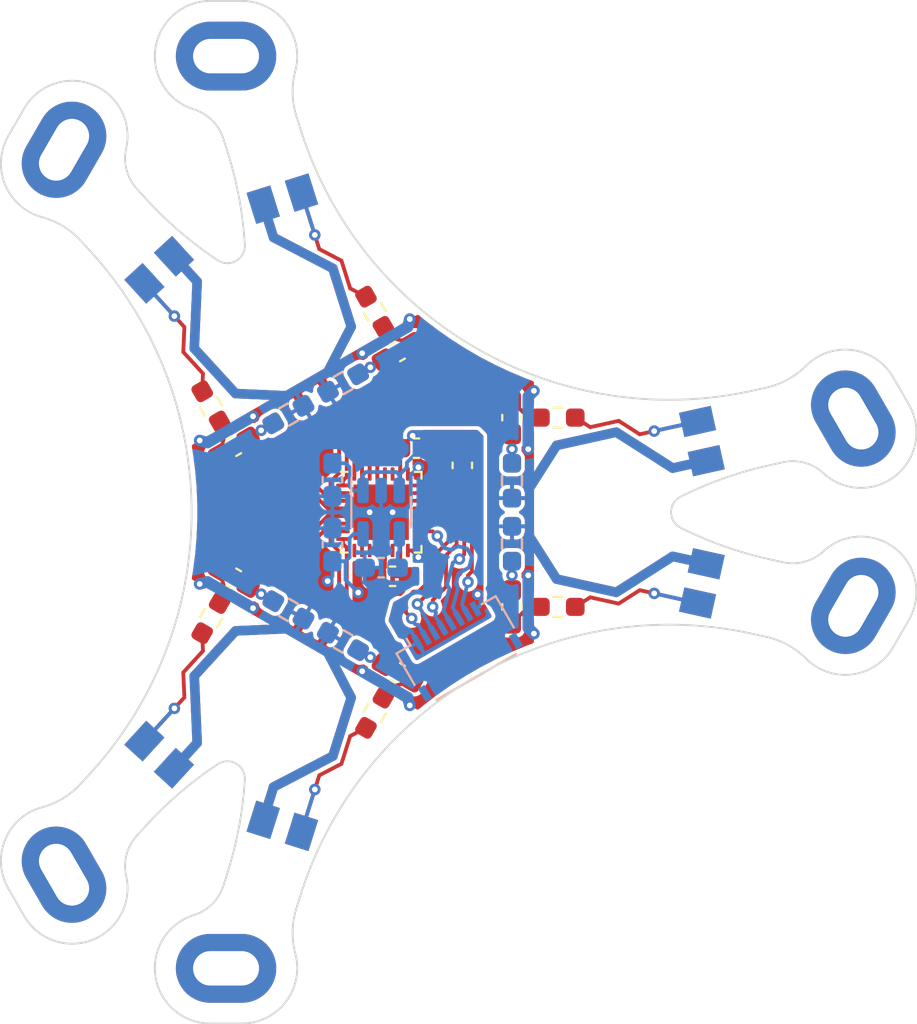
<source format=kicad_pcb>
(kicad_pcb (version 20211014) (generator pcbnew)
  (title_block (title "Haptick Proto Base") (date "2023-01-13") (rev "1.1.0"))
  (layers (0 "F.Cu" signal) (31 "B.Cu" signal) (34 "B.Paste" user) (35 "F.Paste" user) (36 "B.SilkS" user "B.Silkscreen") (37 "F.SilkS" user "F.Silkscreen") (38 "B.Mask" user) (39 "F.Mask" user) (44 "Edge.Cuts" user))
  (net 0 "")
  (net 1 "/BRa")
  (net 2 "/BRb")
  (net 3 "/BRc")
  (net 4 "/BRd")
  (net 5 "/BRe")
  (net 6 "/BRf")
  (net 13 "Net-(C1-Pad1)")
  (net 14 "Net-(C2-Pad1)")
  (net 15 "Net-(C3-Pad1)")
  (net 16 "Net-(C4-Pad1)")
  (net 17 "Net-(C5-Pad1)")
  (net 18 "Net-(C6-Pad1)")
  (net 19 "GNDA")
  (net 25 "Net-(C8-Pad1)")
  (net 26 "/SPI_~{CS}")
  (net 27 "/SPI_SCLK")
  (net 28 "/SPI_SDI")
  (net 29 "/SPI_SDO")
  (net 30 "/ADC_~{DRDY}")
  (net 32 "/ADC_CLK")
  (net 33 "GNDD")
  (net 35 "VDDA")
  (net 36 "VDD")
  (net 37 "Net-(C11-Pad1)")
  (net 38 "Net-(C1-Pad2)")
  (net 39 "Net-(C2-Pad2)")
  (net 40 "Net-(C3-Pad2)")
  (net 41 "Net-(C4-Pad2)")
  (net 42 "Net-(C5-Pad2)")
  (net 43 "Net-(C6-Pad2)")
  (footprint "Package_DFN_QFN:QFN-32-1EP_4x4mm_P0.4mm_EP2.9x2.9mm" (layer "F.Cu") (at 150 100)
    (fp_text reference "U1" hide)
    (fp_text value "ADS131M06")
  )
  (footprint "Resistor_SMD:R_0603_1608Metric_Pad0.98x0.95mm_HandSolder" (layer "F.Cu") (at 145.146058 105.107274 150)
    (fp_text reference "R21" hide)
    (fp_text value "8.2k")
  )
  (footprint "proto:ArmPad" (layer "F.Cu") (at 142.482354 123.842924 -107.5)
    (fp_text reference "A6" hide)
    (fp_text value "Arm")
  )
  (footprint "Resistor_SMD:R_0603_1608Metric_Pad0.98x0.95mm_HandSolder" (layer "F.Cu") (at 141.088174 94.464265 -60)
    (fp_text reference "R28" hide)
    (fp_text value "3.9k")
  )
  (footprint "proto:StrainGauge_BF350-3AA" (layer "F.Cu") (at 143.925743 119.265081 162.5)
    (fp_text reference "R11" hide)
    (fp_text value "350")
  )
  (footprint "Resistor_SMD:R_0603_1608Metric_Pad0.98x0.95mm_HandSolder" (layer "F.Cu") (at 156.85 101.65 -90)
    (fp_text reference "R13" hide)
    (fp_text value "8.2k")
  )
  (footprint "Capacitor_SMD:C_0603_1608Metric_Pad1.08x0.95mm_HandSolder" (layer "F.Cu") (at 156.850001 104.95 -90)
    (fp_text reference "C1" hide)
    (fp_text value "100n")
  )
  (footprint "MountingHole:MountingHole_3.2mm_M3" (layer "F.Cu") (at 144.2 110.045893 -120)
    (fp_text reference "H3" hide)
    (fp_text value "MountingHole" hide)
  )
  (footprint "Capacitor_SMD:C_0603_1608Metric_Pad1.08x0.95mm_HandSolder" (layer "F.Cu") (at 142.288174 96.542726 -150)
    (fp_text reference "C4" hide)
    (fp_text value "100n")
  )
  (footprint "Capacitor_SMD:C_0603_1608Metric_Pad1.08x0.95mm_HandSolder" (layer "F.Cu") (at 154.25 97.55 90)
    (fp_text reference "C8" hide)
    (fp_text value "220n")
  )
  (footprint "Capacitor_SMD:C_0603_1608Metric_Pad1.08x0.95mm_HandSolder" (layer "F.Cu") (at 150.861826 91.592726 30)
    (fp_text reference "C3" hide)
    (fp_text value "100n")
  )
  (footprint "Resistor_SMD:R_0603_1608Metric_Pad0.98x0.95mm_HandSolder" (layer "F.Cu") (at 141.088174 105.535735 60)
    (fp_text reference "R29" hide)
    (fp_text value "3.9k")
  )
  (footprint "Capacitor_SMD:C_0603_1608Metric_Pad1.08x0.95mm_HandSolder" (layer "F.Cu") (at 151.85 96.65)
    (fp_text reference "C9" hide)
    (fp_text value "1u")
  )
  (footprint "proto:StrainGauge_BF350-3AA" (layer "F.Cu") (at 169.721179 95.62792 -77.5)
    (fp_text reference "R3" hide)
    (fp_text value "350")
  )
  (footprint "Capacitor_SMD:C_0603_1608Metric_Pad1.08x0.95mm_HandSolder" (layer "F.Cu") (at 156.85 95.05 90)
    (fp_text reference "C2" hide)
    (fp_text value "100n")
  )
  (footprint "proto:ArmPad" (layer "F.Cu") (at 174.407401 94.589012 12.5)
    (fp_text reference "A2" hide)
    (fp_text value "Arm")
  )
  (footprint "Resistor_SMD:R_0603_1608Metric_Pad0.98x0.95mm_HandSolder" (layer "F.Cu") (at 148.003944 93.242726 30)
    (fp_text reference "R17" hide)
    (fp_text value "8.2k")
  )
  (footprint "Resistor_SMD:R_0603_1608Metric_Pad0.98x0.95mm_HandSolder" (layer "F.Cu") (at 149.661826 89.514265 -60)
    (fp_text reference "R27" hide)
    (fp_text value "3.9k")
  )
  (footprint "Capacitor_SMD:C_0603_1608Metric_Pad1.08x0.95mm_HandSolder" (layer "F.Cu") (at 150.6 103.35 180)
    (fp_text reference "C7" hide)
    (fp_text value "1u")
  )
  (footprint "proto:StrainGauge_BF350-3AA" (layer "F.Cu") (at 136.353078 85.106998 42.5)
    (fp_text reference "R7" hide)
    (fp_text value "350")
  )
  (footprint "MountingHole:MountingHole_3.2mm_M3" (layer "F.Cu") (at 144.200001 89.954107 120)
    (fp_text reference "H2" hide)
    (fp_text value "MountingHole" hide)
  )
  (footprint "Resistor_SMD:R_0603_1608Metric_Pad0.98x0.95mm_HandSolder" (layer "F.Cu") (at 159.25 104.95 180)
    (fp_text reference "R25" hide)
    (fp_text value "3.9k")
  )
  (footprint "Resistor_SMD:R_0603_1608Metric_Pad0.98x0.95mm_HandSolder" (layer "F.Cu") (at 156.85 98.35 90)
    (fp_text reference "R15" hide)
    (fp_text value "8.2k")
  )
  (footprint "Capacitor_SMD:C_0603_1608Metric_Pad1.08x0.95mm_HandSolder" (layer "F.Cu") (at 142.288174 103.457274 150)
    (fp_text reference "C5" hide)
    (fp_text value "100n")
  )
  (footprint "proto:StrainGauge_BF350-3AA" (layer "F.Cu") (at 169.721179 104.37208 -102.5)
    (fp_text reference "R1" hide)
    (fp_text value "350")
  )
  (footprint "proto:StrainGauge_BF350-3AA" (layer "F.Cu") (at 136.353078 114.893002 137.5)
    (fp_text reference "R9" hide)
    (fp_text value "350")
  )
  (footprint "proto:StrainGauge_BF350-3AA" (layer "F.Cu") (at 143.925743 80.734917 17.5)
    (fp_text reference "R5" hide)
    (fp_text value "350")
  )
  (footprint "Resistor_SMD:R_0603_1608Metric_Pad0.98x0.95mm_HandSolder" (layer "F.Cu") (at 148.003942 106.757276 -30)
    (fp_text reference "R23" hide)
    (fp_text value "8.2k")
  )
  (footprint "MountingHole:MountingHole_3.2mm_M3" (layer "F.Cu") (at 161.599999 100)
    (fp_text reference "H1" hide)
    (fp_text value "MountingHole" hide)
  )
  (footprint "Capacitor_SMD:C_0603_1608Metric_Pad1.08x0.95mm_HandSolder" (layer "F.Cu") (at 150.861826 108.407274 -30)
    (fp_text reference "C6" hide)
    (fp_text value "100n")
  )
  (footprint "Resistor_SMD:R_0603_1608Metric_Pad0.98x0.95mm_HandSolder" (layer "F.Cu") (at 149.661826 110.485735 60)
    (fp_text reference "R30" hide)
    (fp_text value "3.9k")
  )
  (footprint "proto:ArmPad" (layer "F.Cu") (at 133.110245 81.568067 132.5)
    (fp_text reference "A4" hide)
    (fp_text value "Arm")
  )
  (footprint "Resistor_SMD:R_0603_1608Metric_Pad0.98x0.95mm_HandSolder" (layer "F.Cu") (at 159.25 95.05 180)
    (fp_text reference "R26" hide)
    (fp_text value "3.9k")
  )
  (footprint "Resistor_SMD:R_0603_1608Metric_Pad0.98x0.95mm_HandSolder" (layer "F.Cu") (at 145.146058 94.892726 -150)
    (fp_text reference "R19" hide)
    (fp_text value "8.2k")
  )
  (footprint "Resistor_SMD:R_0603_1608Metric_Pad0.98x0.95mm_HandSolder" (layer "B.Cu") (at 156.85 101.65 -90)
    (fp_text reference "R14" hide)
    (fp_text value "8.2k")
  )
  (footprint "Resistor_SMD:R_0603_1608Metric_Pad0.98x0.95mm_HandSolder" (layer "B.Cu") (at 148.003942 106.757276 -30)
    (fp_text reference "R24" hide)
    (fp_text value "8.2k")
  )
  (footprint "Resistor_SMD:R_0603_1608Metric_Pad0.98x0.95mm_HandSolder" (layer "B.Cu") (at 145.146058 105.107274 150)
    (fp_text reference "R22" hide)
    (fp_text value "8.2k")
  )
  (footprint "Resistor_SMD:R_0603_1608Metric_Pad0.98x0.95mm_HandSolder" (layer "B.Cu") (at 148.003944 93.242726 30)
    (fp_text reference "R18" hide)
    (fp_text value "8.2k")
  )
  (footprint "Capacitor_SMD:C_0603_1608Metric_Pad1.08x0.95mm_HandSolder" (layer "B.Cu") (at 150 102.9 180)
    (fp_text reference "C11" hide)
    (fp_text value "1n")
  )
  (footprint "proto:ArmPad" (layer "B.Cu") (at 174.407402 105.410991 -12.5)
    (fp_text reference "A1" hide)
    (fp_text value "Arm")
  )
  (footprint "Capacitor_SMD:C_0603_1608Metric_Pad1.08x0.95mm_HandSolder" (layer "B.Cu") (at 147.45 101.7 90)
    (fp_text reference "C12" hide)
    (fp_text value "1u")
  )
  (footprint "proto:TE_2328702-8_1x08-1MP_P0.5mm_Horizontal" (layer "B.Cu") (at 154.1 107.101408 -150)
    (fp_text reference "J1" hide)
    (fp_text value "Conn_01x08_Female")
  )
  (footprint "proto:ArmPad" (layer "B.Cu") (at 133.110244 118.431934 -132.5)
    (fp_text reference "A5" hide)
    (fp_text value "Arm")
  )
  (footprint "Resistor_SMD:R_0603_1608Metric_Pad0.98x0.95mm_HandSolder" (layer "B.Cu") (at 156.85 98.35 90)
    (fp_text reference "R16" hide)
    (fp_text value "8.2k")
  )
  (footprint "proto:StrainGauge_BF350-3AA" (layer "B.Cu") (at 136.353078 114.893002 -42.5)
    (fp_text reference "R10" hide)
    (fp_text value "350")
  )
  (footprint "proto:StrainGauge_BF350-3AA" (layer "B.Cu") (at 136.353078 85.106998 -137.5)
    (fp_text reference "R8" hide)
    (fp_text value "350")
  )
  (footprint "proto:StrainGauge_BF350-3AA" (layer "B.Cu") (at 169.721179 95.62792 102.5)
    (fp_text reference "R4" hide)
    (fp_text value "350")
  )
  (footprint "Capacitor_SMD:C_0603_1608Metric_Pad1.08x0.95mm_HandSolder" (layer "B.Cu") (at 147.450001 98.3 -90)
    (fp_text reference "C10" hide)
    (fp_text value "1u")
  )
  (footprint "proto:StrainGauge_BF350-3AA" (layer "B.Cu") (at 143.925743 80.734917 -162.5)
    (fp_text reference "R6" hide)
    (fp_text value "350")
  )
  (footprint "proto:StrainGauge_BF350-3AA" (layer "B.Cu") (at 143.925743 119.265081 -17.5)
    (fp_text reference "R12" hide)
    (fp_text value "350")
  )
  (footprint "Resistor_SMD:R_0603_1608Metric_Pad0.98x0.95mm_HandSolder" (layer "B.Cu") (at 145.146058 94.892726 -150)
    (fp_text reference "R20" hide)
    (fp_text value "8.2k")
  )
  (footprint "proto:NetTie-2_SMD_Pad0.2mm" (layer "B.Cu") (at 151.55 98.250002 90)
    (fp_text reference "NT1" hide)
    (fp_text value "NetTie_2" hide)
  )
  (footprint "proto:ArmPad" (layer "B.Cu") (at 142.482355 76.157077 107.5)
    (fp_text reference "A3" hide)
    (fp_text value "Arm")
  )
  (footprint "Package_TO_SOT_SMD:SOT-23-5" (layer "B.Cu") (at 150 100 -90)
    (fp_text reference "U2" hide)
    (fp_text value "AP131-30")
  )
  (footprint "proto:StrainGauge_BF350-3AA" (layer "B.Cu") (at 169.721179 104.37208 77.5)
    (fp_text reference "R2" hide)
    (fp_text value "350")
  )
  (gr_line (start 177.633262 94.376367) (end 176.805897 92.943328) (layer "Edge.Cuts") (width 0.1))
  (gr_line (start 171.032725 102.614284) (end 170.321518 102.456613) (layer "Edge.Cuts") (width 0.1))
  (gr_arc (start 141.447448 86.822631) (mid 139.482277 85.339847) (end 137.71175 83.629355) (layer "Edge.Cuts") (width 0.1))
  (gr_arc (start 137.219601 83.092268) (mid 136.675865 82.099292) (end 136.653876 80.967406) (layer "Edge.Cuts") (width 0.1))
  (gr_arc (start 142.708309 73.257076) (mid 145.008419 74.390867) (end 145.510015 76.9057) (layer "Edge.Cuts") (width 0.1))
  (gr_arc (start 134.270491 114.205373) (mid 133.345325 114.964905) (end 132.244745 115.435591) (layer "Edge.Cuts") (width 0.1))
  (gr_arc (start 140.190354 78.925622) (mid 138.18663 75.720487) (end 141.05358 73.257075) (layer "Edge.Cuts") (width 0.1))
  (gr_line (start 141.053578 126.742925) (end 142.708309 126.742924) (layer "Edge.Cuts") (width 0.1))
  (gr_arc (start 176.805897 107.056672) (mid 174.673953 108.481739) (end 172.245241 107.65871) (layer "Edge.Cuts") (width 0.1))
  (gr_line (start 137.2196 116.907732) (end 137.71175 116.370645) (layer "Edge.Cuts") (width 0.1))
  (gr_line (start 141.966731 118.827259) (end 141.747675 119.522017) (layer "Edge.Cuts") (width 0.1))
  (gr_arc (start 131.31316 78.88071) (mid 134.880011 77.629562) (end 136.653876 80.967406) (layer "Edge.Cuts") (width 0.1))
  (gr_line (start 134.270491 85.794631) (end 134.762642 86.331716) (layer "Edge.Cuts") (width 0.1))
  (gr_line (start 131.31316 78.88071) (end 130.485794 80.313749) (layer "Edge.Cuts") (width 0.1))
  (gr_arc (start 141.053578 126.742925) (mid 138.186629 124.279512) (end 140.190354 121.074378) (layer "Edge.Cuts") (width 0.1))
  (gr_arc (start 136.653876 119.032591) (mid 134.880011 122.370434) (end 131.31316 121.11929) (layer "Edge.Cuts") (width 0.1))
  (gr_arc (start 142.86434 113.995412) (mid 142.562794 116.438692) (end 141.966731 118.827259) (layer "Edge.Cuts") (width 0.1))
  (gr_arc (start 145.562541 79.275159) (mid 145.36735 78.094174) (end 145.510015 76.9057) (layer "Edge.Cuts") (width 0.1))
  (gr_line (start 137.71175 83.629355) (end 137.219601 83.092268) (layer "Edge.Cuts") (width 0.1))
  (gr_arc (start 170.166967 106.519468) (mid 171.287325 106.94092) (end 172.245241 107.65871) (layer "Edge.Cuts") (width 0.1))
  (gr_arc (start 137.71175 116.370645) (mid 139.482277 114.660154) (end 141.447448 113.177369) (layer "Edge.Cuts") (width 0.1))
  (gr_arc (start 136.653876 119.032591) (mid 136.675865 117.900706) (end 137.2196 116.907732) (layer "Edge.Cuts") (width 0.1))
  (gr_arc (start 172.245239 92.341293) (mid 174.673947 91.518278) (end 176.805897 92.943328) (layer "Edge.Cuts") (width 0.1))
  (gr_arc (start 141.96673 81.17274) (mid 142.562795 83.561308) (end 142.86434 86.004588) (layer "Edge.Cuts") (width 0.1))
  (gr_arc (start 165.688212 99.181956) (mid 167.954926 98.221461) (end 170.321519 97.543387) (layer "Edge.Cuts") (width 0.1))
  (gr_line (start 170.166967 93.480532) (end 169.455761 93.638205) (layer "Edge.Cuts") (width 0.1))
  (gr_arc (start 141.747675 119.522017) (mid 141.1596 120.489392) (end 140.190354 121.074378) (layer "Edge.Cuts") (width 0.1))
  (gr_arc (start 169.455761 93.638205) (mid 154.961026 91.407251) (end 145.781599 79.969918) (layer "Edge.Cuts") (width 0.1))
  (gr_arc (start 165.688212 100.818043) (mid 165.181524 100) (end 165.688212 99.181956) (layer "Edge.Cuts") (width 0.1))
  (gr_line (start 142.708309 73.257076) (end 141.05358 73.257075) (layer "Edge.Cuts") (width 0.1))
  (gr_line (start 134.762642 113.668284) (end 134.270491 114.205373) (layer "Edge.Cuts") (width 0.1))
  (gr_arc (start 171.032725 97.385716) (mid 172.164539 97.411315) (end 173.155771 97.958211) (layer "Edge.Cuts") (width 0.1))
  (gr_line (start 170.321519 97.543387) (end 171.032725 97.385716) (layer "Edge.Cuts") (width 0.1))
  (gr_arc (start 173.15577 102.041788) (mid 176.93336 101.909059) (end 177.633262 105.623633) (layer "Edge.Cuts") (width 0.1))
  (gr_line (start 130.485794 119.686251) (end 131.31316 121.11929) (layer "Edge.Cuts") (width 0.1))
  (gr_line (start 176.805897 107.056672) (end 177.633262 105.623633) (layer "Edge.Cuts") (width 0.1))
  (gr_arc (start 145.510016 123.094298) (mid 145.008421 125.609134) (end 142.708309 126.742924) (layer "Edge.Cuts") (width 0.1))
  (gr_line (start 145.781599 79.969918) (end 145.562541 79.275159) (layer "Edge.Cuts") (width 0.1))
  (gr_arc (start 140.190354 78.925622) (mid 141.159599 79.510608) (end 141.747674 80.477982) (layer "Edge.Cuts") (width 0.1))
  (gr_arc (start 130.485794 119.686251) (mid 130.317632 117.127402) (end 132.244745 115.435591) (layer "Edge.Cuts") (width 0.1))
  (gr_arc (start 145.510016 123.094298) (mid 145.367348 121.905823) (end 145.562544 120.724839) (layer "Edge.Cuts") (width 0.1))
  (gr_arc (start 177.633262 94.376367) (mid 176.93339 98.090955) (end 173.155771 97.958211) (layer "Edge.Cuts") (width 0.1))
  (gr_arc (start 173.15577 102.041788) (mid 172.16454 102.588709) (end 171.032725 102.614284) (layer "Edge.Cuts") (width 0.1))
  (gr_arc (start 141.447448 113.177369) (mid 142.409239 113.147583) (end 142.86434 113.995412) (layer "Edge.Cuts") (width 0.1))
  (gr_line (start 169.455761 106.361799) (end 170.166967 106.519468) (layer "Edge.Cuts") (width 0.1))
  (gr_line (start 141.747674 80.477982) (end 141.96673 81.17274) (layer "Edge.Cuts") (width 0.1))
  (gr_arc (start 170.321518 102.456613) (mid 167.954926 101.778537) (end 165.688212 100.818043) (layer "Edge.Cuts") (width 0.1))
  (gr_arc (start 132.244742 84.56441) (mid 130.317631 82.872597) (end 130.485794 80.313749) (layer "Edge.Cuts") (width 0.1))
  (gr_line (start 145.562544 120.724839) (end 145.781598 120.03008) (layer "Edge.Cuts") (width 0.1))
  (gr_arc (start 132.244742 84.56441) (mid 133.345325 85.035095) (end 134.270491 85.794631) (layer "Edge.Cuts") (width 0.1))
  (gr_arc (start 172.245239 92.341293) (mid 171.287325 93.059084) (end 170.166967 93.480532) (layer "Edge.Cuts") (width 0.1))
  (gr_arc (start 142.86434 86.004588) (mid 142.409241 86.852418) (end 141.447448 86.822631) (layer "Edge.Cuts") (width 0.1))
  (gr_arc (start 134.762642 86.331716) (mid 140.077947 100) (end 134.762642 113.668284) (layer "Edge.Cuts") (width 0.1))
  (gr_arc (start 145.781598 120.03008) (mid 154.961027 108.59275) (end 169.455761 106.361799) (layer "Edge.Cuts") (width 0.1))
  (segment (start 162.435232 104.779776) (end 160.947438 104.449939) (width 0.2) (layer "F.Cu") (net 1))
  (segment (start 163.538514 104.076909) (end 162.435232 104.779776) (width 0.2) (layer "F.Cu") (net 1))
  (segment (start 164.29514 104.24465) (end 166.56503 104.747872) (width 0.2) (layer "F.Cu") (net 1))
  (segment (start 164.29514 104.24465) (end 163.538514 104.076909) (width 0.2) (layer "F.Cu") (net 1))
  (segment (start 160.947438 104.449939) (end 160.1625 104.95) (width 0.2) (layer "F.Cu") (net 1))
  (via (at 164.29514 104.24465) (size 0.6) (drill 0.3) (layers "F.Cu" "B.Cu") (net 1))
  (segment (start 164.29514 104.24465) (end 166.56503 104.747872) (width 0.2) (layer "B.Cu") (net 1))
  (segment (start 162.435232 95.220223) (end 160.947437 95.55006) (width 0.2) (layer "F.Cu") (net 2))
  (segment (start 164.295142 95.75535) (end 166.56503 95.252128) (width 0.2) (layer "F.Cu") (net 2))
  (segment (start 164.295142 95.75535) (end 163.538512 95.923092) (width 0.2) (layer "F.Cu") (net 2))
  (segment (start 160.947437 95.55006) (end 160.1625 95.05) (width 0.2) (layer "F.Cu") (net 2))
  (segment (start 163.538512 95.923092) (end 162.435232 95.220223) (width 0.2) (layer "F.Cu") (net 2))
  (via (at 164.295142 95.75535) (size 0.6) (drill 0.3) (layers "F.Cu" "B.Cu") (net 2))
  (segment (start 164.295142 95.75535) (end 166.56503 95.252128) (width 0.2) (layer "B.Cu") (net 2))
  (segment (start 146.528404 85.49772) (end 146.76145 86.236849) (width 0.2) (layer "F.Cu") (net 3))
  (segment (start 146.528404 85.49772) (end 145.829263 83.280328) (width 0.2) (layer "F.Cu") (net 3))
  (segment (start 148.380041 88.294271) (end 149.205576 88.724017) (width 0.2) (layer "F.Cu") (net 3))
  (segment (start 146.76145 86.236849) (end 147.921791 86.840884) (width 0.2) (layer "F.Cu") (net 3))
  (segment (start 147.921791 86.840885) (end 148.380041 88.294271) (width 0.2) (layer "F.Cu") (net 3))
  (via (at 146.528404 85.49772) (size 0.6) (drill 0.3) (layers "F.Cu" "B.Cu") (net 3))
  (segment (start 146.528404 85.49772) (end 145.829263 83.280328) (width 0.2) (layer "B.Cu") (net 3))
  (segment (start 139.176454 89.742369) (end 137.605707 88.028199) (width 0.2) (layer "F.Cu") (net 4))
  (segment (start 139.642976 91.620662) (end 140.672521 92.744212) (width 0.2) (layer "F.Cu") (net 4))
  (segment (start 139.176454 89.742369) (end 139.700037 90.31376) (width 0.2) (layer "F.Cu") (net 4))
  (segment (start 140.67252 92.744211) (end 140.631924 93.674016) (width 0.2) (layer "F.Cu") (net 4))
  (segment (start 139.700037 90.31376) (end 139.642974 91.620662) (width 0.2) (layer "F.Cu") (net 4))
  (via (at 139.176454 89.742369) (size 0.6) (drill 0.3) (layers "F.Cu" "B.Cu") (net 4))
  (segment (start 139.176454 89.742369) (end 137.605707 88.028199) (width 0.2) (layer "B.Cu") (net 4))
  (segment (start 139.176455 110.25763) (end 137.605707 111.971802) (width 0.2) (layer "F.Cu") (net 5))
  (segment (start 139.176455 110.25763) (end 139.700036 109.686242) (width 0.2) (layer "F.Cu") (net 5))
  (segment (start 139.642977 108.379339) (end 140.672521 107.25579) (width 0.2) (layer "F.Cu") (net 5))
  (segment (start 139.700036 109.686242) (end 139.642977 108.379339) (width 0.2) (layer "F.Cu") (net 5))
  (segment (start 140.672521 107.25579) (end 140.631924 106.325983) (width 0.2) (layer "F.Cu") (net 5))
  (via (at 139.176455 110.25763) (size 0.6) (drill 0.3) (layers "F.Cu" "B.Cu") (net 5))
  (segment (start 139.176455 110.25763) (end 137.605707 111.971802) (width 0.2) (layer "B.Cu") (net 5))
  (segment (start 146.76145 113.76315) (end 147.921793 113.159116) (width 0.2) (layer "F.Cu") (net 6))
  (segment (start 146.528404 114.502281) (end 145.829264 116.719674) (width 0.2) (layer "F.Cu") (net 6))
  (segment (start 146.528404 114.502281) (end 146.76145 113.76315) (width 0.2) (layer "F.Cu") (net 6))
  (segment (start 148.380043 111.705729) (end 149.205576 111.275984) (width 0.2) (layer "F.Cu") (net 6))
  (segment (start 147.921792 113.159115) (end 148.380042 111.705728) (width 0.2) (layer "F.Cu") (net 6))
  (via (at 146.528404 114.502281) (size 0.6) (drill 0.3) (layers "F.Cu" "B.Cu") (net 6))
  (segment (start 146.528404 114.502281) (end 145.829264 116.719674) (width 0.2) (layer "B.Cu") (net 6))
  (segment (start 149.4 95.8) (end 150.2 95) (width 0.2) (layer "F.Cu") (net 13))
  (segment (start 156.05 103.85) (end 156.2875 104.0875) (width 0.2) (layer "F.Cu") (net 13))
  (segment (start 156.85 103.3) (end 156.85 102.562501) (width 0.2) (layer "F.Cu") (net 13))
  (segment (start 149.399998 98) (end 149.4 95.8) (width 0.2) (layer "F.Cu") (net 13))
  (segment (start 156.85 104.087504) (end 156.85 103.3) (width 0.2) (layer "F.Cu") (net 13))
  (segment (start 156.05 95.7) (end 156.05 103.85) (width 0.2) (layer "F.Cu") (net 13))
  (segment (start 150.2 95) (end 155.35 95) (width 0.2) (layer "F.Cu") (net 13))
  (segment (start 156.85 102.5625) (end 156.8625 102.562502) (width 0.2) (layer "F.Cu") (net 13))
  (segment (start 155.35 95) (end 156.05 95.7) (width 0.2) (layer "F.Cu") (net 13))
  (segment (start 156.2875 104.0875) (end 156.850001 104.087502) (width 0.2) (layer "F.Cu") (net 13))
  (via (at 156.85 103.3) (size 0.6) (drill 0.3) (layers "F.Cu" "B.Cu") (net 13))
  (segment (start 156.85 102.5625) (end 156.8625 102.562502) (width 0.2) (layer "B.Cu") (net 13))
  (segment (start 156.85 103.3) (end 156.85 102.5625) (width 0.2) (layer "B.Cu") (net 13))
  (segment (start 155.5375 94.6) (end 150 94.6) (width 0.2) (layer "F.Cu") (net 14))
  (segment (start 150 94.6) (end 149.000002 95.6) (width 0.2) (layer "F.Cu") (net 14))
  (segment (start 156.85 96.700002) (end 156.85 97.4375) (width 0.2) (layer "F.Cu") (net 14))
  (segment (start 156.850001 95.912499) (end 155.5375 94.6) (width 0.2) (layer "F.Cu") (net 14))
  (segment (start 156.85 95.912499) (end 156.85 96.700002) (width 0.2) (layer "F.Cu") (net 14))
  (segment (start 149.000002 95.6) (end 149 98.000002) (width 0.2) (layer "F.Cu") (net 14))
  (via (at 156.85 96.700002) (size 0.6) (drill 0.3) (layers "F.Cu" "B.Cu") (net 14))
  (segment (start 156.85 96.700002) (end 156.85 97.4375) (width 0.2) (layer "B.Cu") (net 14))
  (segment (start 156.85 97.4375) (end 156.8625 97.437502) (width 0.2) (layer "B.Cu") (net 14))
  (segment (start 147.35 98.4) (end 147.800001 97.95) (width 0.2) (layer "F.Cu") (net 15))
  (segment (start 147.800001 97.95) (end 147.8 95.05) (width 0.2) (layer "F.Cu") (net 15))
  (segment (start 148.79419 92.786476) (end 148.78794 92.775651) (width 0.2) (layer "F.Cu") (net 15))
  (segment (start 147.8 95.05) (end 150.114877 92.73512) (width 0.2) (layer "F.Cu") (net 15))
  (segment (start 147.55 99) (end 147.350001 98.8) (width 0.2) (layer "F.Cu") (net 15))
  (segment (start 150.114879 92.023976) (end 150.125704 92.017726) (width 0.2) (layer "F.Cu") (net 15))
  (segment (start 150.114881 92.023976) (end 149.432884 92.417726) (width 0.2) (layer "F.Cu") (net 15))
  (segment (start 147.350001 98.8) (end 147.35 98.4) (width 0.2) (layer "F.Cu") (net 15))
  (segment (start 147.999999 98.999998) (end 147.55 99) (width 0.2) (layer "F.Cu") (net 15))
  (segment (start 149.432884 92.417726) (end 148.794191 92.786475) (width 0.2) (layer "F.Cu") (net 15))
  (segment (start 150.114877 92.73512) (end 150.114879 92.023976) (width 0.2) (layer "F.Cu") (net 15))
  (via (at 149.432884 92.417726) (size 0.6) (drill 0.3) (layers "F.Cu" "B.Cu") (net 15))
  (segment (start 149.432884 92.417726) (end 148.79419 92.786476) (width 0.2) (layer "B.Cu") (net 15))
  (segment (start 143.473645 96.55) (end 143.035121 96.111476) (width 0.2) (layer "F.Cu") (net 16))
  (segment (start 143.717117 95.717725) (end 144.35581 95.348974) (width 0.2) (layer "F.Cu") (net 16))
  (segment (start 143.03512 96.111475) (end 143.717117 95.717725) (width 0.2) (layer "F.Cu") (net 16))
  (segment (start 144.534315 96.55) (end 143.473645 96.55) (width 0.2) (layer "F.Cu") (net 16))
  (segment (start 147.999998 99.4) (end 147.384314 99.399999) (width 0.2) (layer "F.Cu") (net 16))
  (segment (start 147.384314 99.399999) (end 144.534315 96.55) (width 0.2) (layer "F.Cu") (net 16))
  (via (at 143.717117 95.717725) (size 0.6) (drill 0.3) (layers "F.Cu" "B.Cu") (net 16))
  (segment (start 144.35581 95.348974) (end 144.34956 95.338151) (width 0.2) (layer "B.Cu") (net 16))
  (segment (start 143.717117 95.717725) (end 144.35581 95.348974) (width 0.2) (layer "B.Cu") (net 16))
  (segment (start 143.035119 103.888525) (end 143.717116 104.282274) (width 0.2) (layer "F.Cu") (net 17))
  (segment (start 143.473645 103.45) (end 143.035121 103.888524) (width 0.2) (layer "F.Cu") (net 17))
  (segment (start 148 100.600002) (end 147.384313 100.600003) (width 0.2) (layer "F.Cu") (net 17))
  (segment (start 143.717116 104.282274) (end 144.355809 104.651024) (width 0.2) (layer "F.Cu") (net 17))
  (segment (start 144.534315 103.45) (end 143.473645 103.45) (width 0.2) (layer "F.Cu") (net 17))
  (segment (start 147.384313 100.600003) (end 144.534315 103.45) (width 0.2) (layer "F.Cu") (net 17))
  (via (at 143.717116 104.282274) (size 0.6) (drill 0.3) (layers "F.Cu" "B.Cu") (net 17))
  (segment (start 143.717116 104.282274) (end 144.35581 104.651024) (width 0.2) (layer "B.Cu") (net 17))
  (segment (start 147.8 104.95) (end 150.11488 107.264879) (width 0.2) (layer "F.Cu") (net 18))
  (segment (start 150.114879 107.976025) (end 149.432882 107.582274) (width 0.2) (layer "F.Cu") (net 18))
  (segment (start 147.55 101) (end 147.350001 101.2) (width 0.2) (layer "F.Cu") (net 18))
  (segment (start 147.35 101.6) (end 147.8 102.05) (width 0.2) (layer "F.Cu") (net 18))
  (segment (start 150.11488 107.264879) (end 150.114879 107.976024) (width 0.2) (layer "F.Cu") (net 18))
  (segment (start 148.000002 101) (end 147.55 101) (width 0.2) (layer "F.Cu") (net 18))
  (segment (start 147.350001 101.2) (end 147.35 101.6) (width 0.2) (layer "F.Cu") (net 18))
  (segment (start 147.8 102.05) (end 147.8 104.95) (width 0.2) (layer "F.Cu") (net 18))
  (segment (start 149.432882 107.582274) (end 148.79419 107.213524) (width 0.2) (layer "F.Cu") (net 18))
  (via (at 149.432882 107.582274) (size 0.6) (drill 0.3) (layers "F.Cu" "B.Cu") (net 18))
  (segment (start 149.432882 107.582274) (end 148.79419 107.213524) (width 0.2) (layer "B.Cu") (net 18))
  (segment (start 150.2 98) (end 150.199999 99.350002) (width 0.2) (layer "F.Cu") (net 19))
  (segment (start 150.2 102) (end 150.2 102.8875) (width 0.2) (layer "F.Cu") (net 19))
  (segment (start 150.2 99.8) (end 150 100) (width 0.2) (layer "F.Cu") (net 19))
  (segment (start 150.2 102) (end 150.2 100.2) (width 0.2) (layer "F.Cu") (net 19))
  (segment (start 150.199999 99.350002) (end 150.2 99.8) (width 0.2) (layer "F.Cu") (net 19))
  (segment (start 150.2 100.2) (end 150 100) (width 0.2) (layer "F.Cu") (net 19))
  (segment (start 150.2 102.8875) (end 149.7375 103.35) (width 0.2) (layer "F.Cu") (net 19))
  (via (at 149.4 100) (size 0.6) (drill 0.3) (layers "F.Cu" "B.Cu") (net 19))
  (via (at 150.6 100) (size 0.6) (drill 0.3) (layers "F.Cu" "B.Cu") (net 19))
  (segment (start 151.55 98.45) (end 151.55 99.6) (width 0.2) (layer "B.Cu") (net 19))
  (segment (start 144.367728 114.3715) (end 143.826457 116.088192) (width 0.5) (layer "B.Cu") (net 19))
  (segment (start 159.186052 96.503903) (end 162.310199 95.811296) (width 0.5) (layer "B.Cu") (net 19))
  (segment (start 157.723329 98.799919) (end 159.186052 96.503903) (width 0.5) (layer "B.Cu") (net 19))
  (segment (start 144.367728 85.6285) (end 147.472425 87.244703) (width 0.5) (layer "B.Cu") (net 19))
  (segment (start 142.379265 93.792694) (end 140.217376 91.433407) (width 0.5) (layer "B.Cu") (net 19))
  (segment (start 162.310199 104.188704) (end 159.186051 103.496097) (width 0.5) (layer "B.Cu") (net 19))
  (segment (start 140.370052 112.063442) (end 140.217376 108.566593) (width 0.5) (layer "B.Cu") (net 19))
  (segment (start 162.310199 95.811296) (end 165.26222 97.691941) (width 0.5) (layer "B.Cu") (net 19))
  (segment (start 148.434683 109.703403) (end 147.472425 112.755297) (width 0.5) (layer "B.Cu") (net 19))
  (segment (start 165.26222 102.308059) (end 167.019553 102.697651) (width 0.5) (layer "B.Cu") (net 19))
  (segment (start 144.367728 85.6285) (end 143.826458 83.911809) (width 0.5) (layer "B.Cu") (net 19))
  (segment (start 147.177636 107.28864) (end 148.434683 109.703403) (width 0.5) (layer "B.Cu") (net 19))
  (segment (start 145.099035 93.911441) (end 142.379265 93.792694) (width 0.5) (layer "B.Cu") (net 19))
  (segment (start 147.472425 87.244703) (end 148.434684 90.296598) (width 0.5) (layer "B.Cu") (net 19))
  (segment (start 147.472425 112.755297) (end 144.367728 114.3715) (width 0.5) (layer "B.Cu") (net 19))
  (segment (start 165.26222 97.691941) (end 167.019553 97.302349) (width 0.5) (layer "B.Cu") (net 19))
  (segment (start 148.434683 90.296598) (end 147.177636 92.711358) (width 0.5) (layer "B.Cu") (net 19))
  (segment (start 140.217376 108.566593) (end 142.379266 106.207305) (width 0.5) (layer "B.Cu") (net 19))
  (segment (start 140.217376 91.433407) (end 140.370052 87.936559) (width 0.5) (layer "B.Cu") (net 19))
  (segment (start 140.370052 87.936559) (end 139.153989 86.60946) (width 0.5) (layer "B.Cu") (net 19))
  (segment (start 142.379266 106.207307) (end 145.099037 106.088559) (width 0.5) (layer "B.Cu") (net 19))
  (segment (start 165.26222 102.308059) (end 162.310199 104.188704) (width 0.5) (layer "B.Cu") (net 19))
  (segment (start 159.186051 103.496097) (end 157.723328 101.200081) (width 0.5) (layer "B.Cu") (net 19))
  (segment (start 140.370052 112.063442) (end 139.153988 113.39054) (width 0.5) (layer "B.Cu") (net 19))
  (segment (start 152.6375 98.4125) (end 152.45 98.6) (width 0.2) (layer "F.Cu") (net 25))
  (segment (start 152.45 98.6) (end 152.000002 98.6) (width 0.2) (layer "F.Cu") (net 25))
  (segment (start 154.249999 98.412502) (end 152.6375 98.4125) (width 0.2) (layer "F.Cu") (net 25))
  (segment (start 152.150001 101.750001) (end 152.299999 101.75) (width 0.2) (layer "F.Cu") (net 26))
  (segment (start 151.999999 101.599999) (end 152.150001 101.750001) (width 0.2) (layer "F.Cu") (net 26))
  (segment (start 151.7 104.15) (end 151.3 104.55) (width 0.2) (layer "F.Cu") (net 26))
  (segment (start 151.999999 101.399999) (end 151.999999 101.599999) (width 0.2) (layer "F.Cu") (net 26))
  (segment (start 152.6 102.05) (end 152.6 103.51014) (width 0.2) (layer "F.Cu") (net 26))
  (segment (start 152.299999 101.75) (end 152.6 102.05) (width 0.2) (layer "F.Cu") (net 26))
  (segment (start 151.960138 104.15) (end 151.7 104.15) (width 0.2) (layer "F.Cu") (net 26))
  (segment (start 152.6 103.51014) (end 151.960138 104.15) (width 0.2) (layer "F.Cu") (net 26))
  (segment (start 151.3 105.25) (end 151.6 105.55) (width 0.2) (layer "F.Cu") (net 26))
  (segment (start 151.3 104.55) (end 151.3 105.25) (width 0.2) (layer "F.Cu") (net 26))
  (via (at 151.6 105.55) (size 0.6) (drill 0.3) (layers "F.Cu" "B.Cu") (net 26))
  (segment (start 152.342468 106.557276) (end 151.967467 105.907757) (width 0.2) (layer "B.Cu") (net 26))
  (segment (start 151.777099 105.856746) (end 151.6 105.55) (width 0.2) (layer "B.Cu") (net 26))
  (segment (start 151.967467 105.907757) (end 151.777099 105.856746) (width 0.2) (layer "B.Cu") (net 26))
  (segment (start 153.549999 100.999998) (end 153.549998 101.5) (width 0.2) (layer "F.Cu") (net 27))
  (segment (start 152.150003 104.549999) (end 151.9 104.800002) (width 0.2) (layer "F.Cu") (net 27))
  (segment (start 153.000001 103.700001) (end 152.150003 104.549999) (width 0.2) (layer "F.Cu") (net 27))
  (segment (start 153 102.05) (end 153.000001 103.700001) (width 0.2) (layer "F.Cu") (net 27))
  (segment (start 152.000002 100.6) (end 153.149998 100.6) (width 0.2) (layer "F.Cu") (net 27))
  (segment (start 153.149998 100.6) (end 153.549999 100.999998) (width 0.2) (layer "F.Cu") (net 27))
  (segment (start 153.549998 101.5) (end 153 102.05) (width 0.2) (layer "F.Cu") (net 27))
  (via (at 151.9 104.800002) (size 0.6) (drill 0.3) (layers "F.Cu" "B.Cu") (net 27))
  (segment (start 151.90622 104.801665) (end 151.9 104.800002) (width 0.2) (layer "B.Cu") (net 27))
  (segment (start 152.775481 106.307274) (end 151.90622 104.801665) (width 0.2) (layer "B.Cu") (net 27))
  (segment (start 153.55 99.8) (end 152 99.8) (width 0.2) (layer "F.Cu") (net 28))
  (segment (start 154.350001 100.6) (end 153.55 99.8) (width 0.2) (layer "F.Cu") (net 28))
  (segment (start 154.1 102.45) (end 154.350002 102.2) (width 0.2) (layer "F.Cu") (net 28))
  (segment (start 154.350002 102.2) (end 154.350001 100.6) (width 0.2) (layer "F.Cu") (net 28))
  (via (at 154.1 102.45) (size 0.6) (drill 0.3) (layers "F.Cu" "B.Cu") (net 28))
  (segment (start 153.452628 103.780127) (end 153.57763 103.996632) (width 0.2) (layer "B.Cu") (net 28))
  (segment (start 154.000002 102.499998) (end 153.758235 102.639583) (width 0.2) (layer "B.Cu") (net 28))
  (segment (start 153.266506 105.157755) (end 153.641506 105.807272) (width 0.2) (layer "B.Cu") (net 28))
  (segment (start 153.57763 103.996632) (end 153.266506 105.157755) (width 0.2) (layer "B.Cu") (net 28))
  (segment (start 153.758235 102.639583) (end 153.452628 103.780127) (width 0.2) (layer "B.Cu") (net 28))
  (segment (start 153.95 101.7) (end 153.95 100.8) (width 0.2) (layer "F.Cu") (net 29))
  (segment (start 152.7 104.95) (end 152.7 104.60147) (width 0.2) (layer "F.Cu") (net 29))
  (segment (start 152.7 104.60147) (end 153.399997 103.90147) (width 0.2) (layer "F.Cu") (net 29))
  (segment (start 153.399997 103.90147) (end 153.400002 102.25) (width 0.2) (layer "F.Cu") (net 29))
  (segment (start 153.95 100.8) (end 153.35 100.2) (width 0.2) (layer "F.Cu") (net 29))
  (segment (start 153.400002 102.25) (end 153.95 101.7) (width 0.2) (layer "F.Cu") (net 29))
  (segment (start 153.35 100.2) (end 152 100.2) (width 0.2) (layer "F.Cu") (net 29))
  (via (at 152.7 104.95) (size 0.6) (drill 0.3) (layers "F.Cu" "B.Cu") (net 29))
  (segment (start 152.874953 105.253027) (end 152.7 104.95) (width 0.2) (layer "B.Cu") (net 29))
  (segment (start 153.208494 106.057273) (end 152.833494 105.407755) (width 0.2) (layer "B.Cu") (net 29))
  (segment (start 152.833494 105.407755) (end 152.874953 105.253027) (width 0.2) (layer "B.Cu") (net 29))
  (segment (start 152.000001 101.000002) (end 152.696351 101) (width 0.2) (layer "F.Cu") (net 30))
  (segment (start 152.696351 101) (end 152.94015 101.243799) (width 0.2) (layer "F.Cu") (net 30))
  (via (at 152.94015 101.243799) (size 0.6) (drill 0.3) (layers "F.Cu" "B.Cu") (net 30))
  (segment (start 153.749517 104.994358) (end 154.07452 105.557274) (width 0.2) (layer "B.Cu") (net 30))
  (segment (start 153.680256 101.97439) (end 154.026664 101.77439) (width 0.2) (layer "B.Cu") (net 30))
  (segment (start 154.504775 101.902499) (end 154.754775 102.33551) (width 0.2) (layer "B.Cu") (net 30))
  (segment (start 154.608364 102.88192) (end 154.047943 103.205482) (width 0.2) (layer "B.Cu") (net 30))
  (segment (start 152.94015 101.243799) (end 153.303704 101.873493) (width 0.2) (layer "B.Cu") (net 30))
  (segment (start 153.303704 101.873493) (end 153.680256 101.97439) (width 0.2) (layer "B.Cu") (net 30))
  (segment (start 154.047943 103.205482) (end 153.900478 103.755826) (width 0.2) (layer "B.Cu") (net 30))
  (segment (start 153.900478 103.755826) (end 154.024038 103.969838) (width 0.2) (layer "B.Cu") (net 30))
  (segment (start 154.754775 102.33551) (end 154.608364 102.88192) (width 0.2) (layer "B.Cu") (net 30))
  (segment (start 154.024038 103.969838) (end 153.749517 104.994358) (width 0.2) (layer "B.Cu") (net 30))
  (segment (start 154.026664 101.77439) (end 154.504775 101.902499) (width 0.2) (layer "B.Cu") (net 30))
  (segment (start 152.844976 99.4) (end 152.444975 99.000002) (width 0.2) (layer "F.Cu") (net 32))
  (segment (start 153.749999 99.4) (end 152.844976 99.4) (width 0.2) (layer "F.Cu") (net 32))
  (segment (start 154.550001 103.299999) (end 154.750002 103.099999) (width 0.2) (layer "F.Cu") (net 32))
  (segment (start 152.444975 99.000002) (end 151.999998 99) (width 0.2) (layer "F.Cu") (net 32))
  (segment (start 154.750002 103.099999) (end 154.75 100.399998) (width 0.2) (layer "F.Cu") (net 32))
  (segment (start 154.549999 103.649998) (end 154.550001 103.299999) (width 0.2) (layer "F.Cu") (net 32))
  (segment (start 154.75 100.399998) (end 153.749999 99.4) (width 0.2) (layer "F.Cu") (net 32))
  (via (at 154.549999 103.649998) (size 0.6) (drill 0.3) (layers "F.Cu" "B.Cu") (net 32))
  (segment (start 154.232532 104.830958) (end 154.548781 103.650705) (width 0.2) (layer "B.Cu") (net 32))
  (segment (start 154.507532 105.307274) (end 154.232532 104.830958) (width 0.2) (layer "B.Cu") (net 32))
  (segment (start 154.2125 96.650001) (end 154.25 96.6875) (width 0.2) (layer "F.Cu") (net 33))
  (segment (start 152.712498 96.65) (end 154.2125 96.650001) (width 0.2) (layer "F.Cu") (net 33))
  (segment (start 151.599999 98.000001) (end 151.950001 97.649999) (width 0.2) (layer "F.Cu") (net 33))
  (segment (start 151.399999 98.000001) (end 151.599999 98.000001) (width 0.2) (layer "F.Cu") (net 33))
  (via (at 151.950001 97.649999) (size 0.6) (drill 0.3) (layers "F.Cu" "B.Cu") (net 33))
  (via (at 155.05 104.3) (size 0.6) (drill 0.3) (layers "F.Cu" "B.Cu") (net 33))
  (segment (start 155.157052 104.932272) (end 155.238831 104.627066) (width 0.2) (layer "B.Cu") (net 33))
  (segment (start 155.238831 104.627066) (end 155.05 104.3) (width 0.2) (layer "B.Cu") (net 33))
  (segment (start 151.950001 97.649999) (end 151.550002 98.049999) (width 0.2) (layer "B.Cu") (net 33))
  (segment (start 154.940544 105.057274) (end 155.157052 104.932272) (width 0.2) (layer "B.Cu") (net 33))
  (segment (start 142.379266 106.207307) (end 145.099035 106.088559) (width 0.5) (layer "F.Cu") (net 35))
  (segment (start 145.936306 94.436476) (end 145.499643 93.680151) (width 0.5) (layer "F.Cu") (net 35))
  (segment (start 148.434683 90.296598) (end 147.177636 92.711358) (width 0.5) (layer "F.Cu") (net 35))
  (segment (start 151 101.999998) (end 150.999999 102.750001) (width 0.2) (layer "F.Cu") (net 35))
  (segment (start 140.370052 112.063442) (end 140.217376 108.566593) (width 0.5) (layer "F.Cu") (net 35))
  (segment (start 144.367728 114.3715) (end 143.826457 116.088192) (width 0.5) (layer "F.Cu") (net 35))
  (segment (start 148.434683 109.703403) (end 147.472425 112.755297) (width 0.5) (layer "F.Cu") (net 35))
  (segment (start 150.999999 102.750001) (end 150.999997 102.8875) (width 0.2) (layer "F.Cu") (net 35))
  (segment (start 145.099035 93.911441) (end 142.379265 93.792694) (width 0.5) (layer "F.Cu") (net 35))
  (segment (start 142.379265 93.792694) (end 140.217376 91.433407) (width 0.5) (layer "F.Cu") (net 35))
  (segment (start 159.186051 103.496097) (end 157.723329 101.200081) (width 0.5) (layer "F.Cu") (net 35))
  (segment (start 147.213694 106.301024) (end 146.777029 107.057349) (width 0.5) (layer "F.Cu") (net 35))
  (segment (start 147.472425 112.755297) (end 144.367728 114.3715) (width 0.5) (layer "F.Cu") (net 35))
  (segment (start 150.999997 102.8875) (end 151.4625 103.35) (width 0.2) (layer "F.Cu") (net 35))
  (segment (start 140.217376 108.566593) (end 142.379266 106.207305) (width 0.5) (layer "F.Cu") (net 35))
  (segment (start 145.936306 105.563524) (end 145.499641 106.319849) (width 0.5) (layer "F.Cu") (net 35))
  (segment (start 147.177636 107.28864) (end 148.434683 109.703403) (width 0.5) (layer "F.Cu") (net 35))
  (segment (start 147.213694 93.698976) (end 146.77703 92.94265) (width 0.5) (layer "F.Cu") (net 35))
  (segment (start 157.723329 98.799919) (end 159.186052 96.503903) (width 0.5) (layer "F.Cu") (net 35))
  (segment (start 162.310199 95.811296) (end 165.26222 97.691941) (width 0.5) (layer "F.Cu") (net 35))
  (segment (start 147.472425 87.244703) (end 148.434684 90.296598) (width 0.5) (layer "F.Cu") (net 35))
  (segment (start 144.367728 85.6285) (end 143.826458 83.911809) (width 0.5) (layer "F.Cu") (net 35))
  (segment (start 147.177636 92.711358) (end 145.099035 93.911441) (width 0.5) (layer "F.Cu") (net 35))
  (segment (start 140.370052 87.936559) (end 139.153989 86.60946) (width 0.5) (layer "F.Cu") (net 35))
  (segment (start 165.26222 102.308059) (end 167.019553 102.697651) (width 0.5) (layer "F.Cu") (net 35))
  (segment (start 144.367728 85.6285) (end 147.472425 87.244703) (width 0.5) (layer "F.Cu") (net 35))
  (segment (start 145.099035 106.088559) (end 147.177636 107.28864) (width 0.5) (layer "F.Cu") (net 35))
  (segment (start 159.186052 96.503903) (end 162.310199 95.811296) (width 0.5) (layer "F.Cu") (net 35))
  (segment (start 140.370052 112.063442) (end 139.153988 113.39054) (width 0.5) (layer "F.Cu") (net 35))
  (segment (start 140.217376 91.433407) (end 140.370052 87.936559) (width 0.5) (layer "F.Cu") (net 35))
  (segment (start 165.26222 97.691941) (end 167.019553 97.302349) (width 0.5) (layer "F.Cu") (net 35))
  (segment (start 165.26222 102.308059) (end 162.310199 104.188704) (width 0.5) (layer "F.Cu") (net 35))
  (segment (start 162.310199 104.188704) (end 159.186051 103.496097) (width 0.5) (layer "F.Cu") (net 35))
  (via (at 140.500739 103.753202) (size 0.6) (drill 0.3) (layers "F.Cu" "B.Cu") (net 35))
  (via (at 147.2 103.6) (size 0.6) (drill 0.3) (layers "F.Cu" "B.Cu") (net 35))
  (via (at 148.8 104.2) (size 0.6) (drill 0.3) (layers "F.Cu" "B.Cu") (net 35))
  (via (at 149.007884 91.681604) (size 0.6) (drill 0.3) (layers "F.Cu" "B.Cu") (net 35))
  (via (at 143.292116 105.018396) (size 0.6) (drill 0.3) (layers "F.Cu" "B.Cu") (net 35))
  (via (at 151.499261 89.896797) (size 0.6) (drill 0.3) (layers "F.Cu" "B.Cu") (net 35))
  (via (at 151.499261 110.103203) (size 0.6) (drill 0.3) (layers "F.Cu" "B.Cu") (net 35))
  (via (at 158.000002 106.35) (size 0.6) (drill 0.3) (layers "F.Cu" "B.Cu") (net 35))
  (via (at 140.50074 96.246796) (size 0.6) (drill 0.3) (layers "F.Cu" "B.Cu") (net 35))
  (via (at 149.007884 108.318396) (size 0.6) (drill 0.3) (layers "F.Cu" "B.Cu") (net 35))
  (via (at 158 93.65) (size 0.6) (drill 0.3) (layers "F.Cu" "B.Cu") (net 35))
  (via (at 157.7 103.3) (size 0.6) (drill 0.3) (layers "F.Cu" "B.Cu") (net 35))
  (via (at 143.292116 94.981604) (size 0.6) (drill 0.3) (layers "F.Cu" "B.Cu") (net 35))
  (via (at 157.7 96.7) (size 0.6) (drill 0.3) (layers "F.Cu" "B.Cu") (net 35))
  (segment (start 147.45 103.35) (end 147.2 103.6) (width 0.2) (layer "B.Cu") (net 35))
  (segment (start 158 93.65) (end 157.7 93.95) (width 0.6) (layer "B.Cu") (net 35))
  (segment (start 148.562502 101.1375) (end 148.35 101.35) (width 0.2) (layer "B.Cu") (net 35))
  (segment (start 148.8 104.2) (end 148.137501 103.537502) (width 0.2) (layer "B.Cu") (net 35))
  (segment (start 151.389455 90.306604) (end 151.499262 89.896796) (width 0.6) (layer "B.Cu") (net 35))
  (segment (start 148.35 102.35) (end 148.1375 102.562498) (width 0.2) (layer "B.Cu") (net 35))
  (segment (start 149.05 101.1375) (end 148.562502 101.1375) (width 0.2) (layer "B.Cu") (net 35))
  (segment (start 151.389454 109.693396) (end 149.007884 108.318396) (width 0.6) (layer "B.Cu") (net 35))
  (segment (start 149.007884 91.681604) (end 151.389455 90.306604) (width 0.6) (layer "B.Cu") (net 35))
  (segment (start 157.7 103.3) (end 157.7 106.05) (width 0.6) (layer "B.Cu") (net 35))
  (segment (start 157.7 93.95) (end 157.7 96.7) (width 0.6) (layer "B.Cu") (net 35))
  (segment (start 143.292116 105.018396) (end 140.910546 103.643396) (width 0.6) (layer "B.Cu") (net 35))
  (segment (start 148.1375 102.562498) (end 147.45 102.5625) (width 0.2) (layer "B.Cu") (net 35))
  (segment (start 140.910546 103.643396) (end 140.500738 103.753206) (width 0.6) (layer "B.Cu") (net 35))
  (segment (start 140.50074 96.246796) (end 140.910547 96.356605) (width 0.6) (layer "B.Cu") (net 35))
  (segment (start 148.137501 103.537502) (end 148.1375 102.562498) (width 0.2) (layer "B.Cu") (net 35))
  (segment (start 147.45 102.5625) (end 147.45 103.35) (width 0.2) (layer "B.Cu") (net 35))
  (segment (start 140.910545 96.356604) (end 143.292116 94.981604) (width 0.6) (layer "B.Cu") (net 35))
  (segment (start 151.499261 110.103203) (end 151.389453 109.693393) (width 0.6) (layer "B.Cu") (net 35))
  (segment (start 148.35 101.35) (end 148.35 102.35) (width 0.2) (layer "B.Cu") (net 35))
  (segment (start 157.7 106.05) (end 158.000002 106.35) (width 0.6) (layer "B.Cu") (net 35))
  (segment (start 151.950001 102.35) (end 151.6 102.000002) (width 0.2) (layer "F.Cu") (net 36))
  (segment (start 150.999998 96.65) (end 151.65 96.000002) (width 0.2) (layer "F.Cu") (net 36))
  (segment (start 150.9875 96.65) (end 150.999998 96.65) (width 0.2) (layer "F.Cu") (net 36))
  (segment (start 151.000002 97.999999) (end 151.000002 96.662499) (width 0.2) (layer "F.Cu") (net 36))
  (segment (start 151.6 102.000002) (end 151.4 102.000002) (width 0.2) (layer "F.Cu") (net 36))
  (segment (start 151.000002 96.662499) (end 150.9875 96.65) (width 0.2) (layer "F.Cu") (net 36))
  (via (at 151.950001 102.35) (size 0.6) (drill 0.3) (layers "F.Cu" "B.Cu") (net 36))
  (via (at 151.65 96.000002) (size 0.6) (drill 0.3) (layers "F.Cu" "B.Cu") (net 36))
  (segment (start 148.1375 97.437498) (end 147.449999 97.4375) (width 0.2) (layer "B.Cu") (net 36))
  (segment (start 149.2 97.9) (end 149.050002 98.049999) (width 0.2) (layer "B.Cu") (net 36))
  (segment (start 151.35 97.65) (end 150.95 98.049998) (width 0.2) (layer "B.Cu") (net 36))
  (segment (start 149.05 98.8625) (end 148.562498 98.8625) (width 0.2) (layer "B.Cu") (net 36))
  (segment (start 148.562498 98.8625) (end 148.35 98.65) (width 0.2) (layer "B.Cu") (net 36))
  (segment (start 150.95 98.049998) (end 150.8 97.900001) (width 0.2) (layer "B.Cu") (net 36))
  (segment (start 150.95 98.049998) (end 150.95 98.8625) (width 0.2) (layer "B.Cu") (net 36))
  (segment (start 148.35 98.65) (end 148.349999 97.65) (width 0.2) (layer "B.Cu") (net 36))
  (segment (start 149.050002 98.049999) (end 149.05 98.8625) (width 0.2) (layer "B.Cu") (net 36))
  (segment (start 148.349999 97.65) (end 148.1375 97.437498) (width 0.2) (layer "B.Cu") (net 36))
  (segment (start 151.35 97.65) (end 151.35 97.4) (width 0.2) (layer "B.Cu") (net 36))
  (segment (start 150.8 97.900001) (end 149.2 97.9) (width 0.2) (layer "B.Cu") (net 36))
  (segment (start 151.35 97.4) (end 151.749999 97.000001) (width 0.2) (layer "B.Cu") (net 36))
  (segment (start 150.862499 102.1375) (end 150.95 102.05) (width 0.2) (layer "B.Cu") (net 37))
  (segment (start 150.95 102.05) (end 150.95 101.1375) (width 0.2) (layer "B.Cu") (net 37))
  (segment (start 150.862498 102.9) (end 150.862499 102.1375) (width 0.2) (layer "B.Cu") (net 37))
  (segment (start 157.712501 104.95) (end 156.850001 105.8125) (width 0.2) (layer "F.Cu") (net 38))
  (segment (start 149.8 96) (end 150.4 95.400001) (width 0.2) (layer "F.Cu") (net 38))
  (segment (start 155.649999 104.612501) (end 156.850001 105.8125) (width 0.2) (layer "F.Cu") (net 38))
  (segment (start 155.65 95.865686) (end 155.649999 104.612501) (width 0.2) (layer "F.Cu") (net 38))
  (segment (start 150.4 95.400001) (end 155.184316 95.399999) (width 0.2) (layer "F.Cu") (net 38))
  (segment (start 155.184316 95.399999) (end 155.65 95.865686) (width 0.2) (layer "F.Cu") (net 38))
  (segment (start 158.3375 104.95) (end 157.712501 104.95) (width 0.2) (layer "F.Cu") (net 38))
  (segment (start 149.8 98) (end 149.8 96) (width 0.2) (layer "F.Cu") (net 38))
  (segment (start 148.599999 95.399999) (end 148.6 97.999998) (width 0.2) (layer "F.Cu") (net 39))
  (segment (start 157.7125 95.05) (end 156.85 94.1875) (width 0.2) (layer "F.Cu") (net 39))
  (segment (start 156.85 94.1875) (end 149.812499 94.1875) (width 0.2) (layer "F.Cu") (net 39))
  (segment (start 158.3375 95.05) (end 157.7125 95.05) (width 0.2) (layer "F.Cu") (net 39))
  (segment (start 149.812499 94.1875) (end 148.599999 95.399999) (width 0.2) (layer "F.Cu") (net 39))
  (segment (start 148.2 95.215687) (end 151.608773 91.806913) (width 0.2) (layer "F.Cu") (net 40))
  (segment (start 151.608773 91.806913) (end 151.608773 91.161476) (width 0.2) (layer "F.Cu") (net 40))
  (segment (start 150.430575 90.845778) (end 151.608772 91.161475) (width 0.2) (layer "F.Cu") (net 40))
  (segment (start 148.2 98.15) (end 148.2 95.215687) (width 0.2) (layer "F.Cu") (net 40))
  (segment (start 148.000001 98.600001) (end 148.000002 98.35) (width 0.2) (layer "F.Cu") (net 40))
  (segment (start 150.118076 90.304513) (end 150.430575 90.845778) (width 0.2) (layer "F.Cu") (net 40))
  (segment (start 148.000002 98.35) (end 148.2 98.15) (width 0.2) (layer "F.Cu") (net 40))
  (segment (start 148 99.8) (end 147.2 99.8) (width 0.2) (layer "F.Cu") (net 41))
  (segment (start 141.856924 95.795779) (end 141.541227 96.973976) (width 0.2) (layer "F.Cu") (net 41))
  (segment (start 143.356032 97.043965) (end 141.611219 97.043967) (width 0.2) (layer "F.Cu") (net 41))
  (segment (start 143.450001 96.949998) (end 143.356032 97.043965) (width 0.2) (layer "F.Cu") (net 41))
  (segment (start 141.544424 95.254513) (end 141.856924 95.795779) (width 0.2) (layer "F.Cu") (net 41))
  (segment (start 147.2 99.8) (end 144.35 96.950001) (width 0.2) (layer "F.Cu") (net 41))
  (segment (start 144.35 96.950001) (end 143.450001 96.949998) (width 0.2) (layer "F.Cu") (net 41))
  (segment (start 141.611219 97.043967) (end 141.541227 96.973976) (width 0.2) (layer "F.Cu") (net 41))
  (segment (start 141.611217 102.956034) (end 141.541227 103.026024) (width 0.2) (layer "F.Cu") (net 42))
  (segment (start 141.856924 104.204222) (end 141.541227 103.026025) (width 0.2) (layer "F.Cu") (net 42))
  (segment (start 143.45 103.049999) (end 143.356034 102.956033) (width 0.2) (layer "F.Cu") (net 42))
  (segment (start 143.356034 102.956033) (end 141.611217 102.956034) (width 0.2) (layer "F.Cu") (net 42))
  (segment (start 147.2 100.2) (end 144.349997 103.05) (width 0.2) (layer "F.Cu") (net 42))
  (segment (start 141.544424 104.745487) (end 141.856924 104.204222) (width 0.2) (layer "F.Cu") (net 42))
  (segment (start 148 100.2) (end 147.2 100.2) (width 0.2) (layer "F.Cu") (net 42))
  (segment (start 144.349997 103.05) (end 143.45 103.049999) (width 0.2) (layer "F.Cu") (net 42))
  (segment (start 150.430576 109.154221) (end 151.608773 108.838524) (width 0.2) (layer "F.Cu") (net 43))
  (segment (start 147.999998 101.65) (end 148.199999 101.85) (width 0.2) (layer "F.Cu") (net 43))
  (segment (start 150.118076 109.695487) (end 150.430576 109.154221) (width 0.2) (layer "F.Cu") (net 43))
  (segment (start 148.199999 101.85) (end 148.2 104.784313) (width 0.2) (layer "F.Cu") (net 43))
  (segment (start 148.2 104.784313) (end 151.608773 108.193087) (width 0.2) (layer "F.Cu") (net 43))
  (segment (start 147.999998 101.4) (end 147.999998 101.65) (width 0.2) (layer "F.Cu") (net 43))
  (segment (start 151.608773 108.193087) (end 151.608773 108.838523) (width 0.2) (layer "F.Cu") (net 43))
  (zone (net 33) (net_name "GNDD") (layer "F.Cu") (priority 1) (connect_pads (clearance 0.2)) (min_thickness 0.2) (fill yes (thermal_gap 0.2) (thermal_bridge_width 0.2))
    (polygon (pts (xy 155.35 96) (xy 155.35 104.600001) (xy 155.341858 104.65237) (xy 155.816858 105.475093) (xy 151.833142 107.775094) (xy 151.183142 106.64926) (xy 150.909936 106.576057) (xy 150.384936 105.66673) (xy 150.641153 104.710512) (xy 151.788638 104.05) (xy 152.2 104.05) (xy 152.2 102.649998) (xy 151.65 102.65) (xy 151.65 101.65) (xy 151.65 98.35) (xy 151.65 95.7) (xy 155.05 95.7)))
  )
  (zone (net 33) (net_name "GNDD") (layer "F.Cu") (priority 1) (connect_pads (clearance 0.2)) (min_thickness 0.2) (fill yes (thermal_gap 0.2) (thermal_bridge_width 0.2))
    (polygon (pts (xy 155.35 96) (xy 155.35 104.600001) (xy 155.341858 104.65237) (xy 155.816858 105.475093) (xy 151.833142 107.775094) (xy 151.183142 106.64926) (xy 150.909936 106.576057) (xy 150.384936 105.66673) (xy 150.641153 104.710512) (xy 151.788638 104.05) (xy 152.2 104.05) (xy 152.2 102.649998) (xy 151.65 102.65) (xy 151.65 101.65) (xy 151.65 98.35) (xy 151.65 95.7) (xy 155.05 95.7)))
  )
  (zone (net 35) (net_name "VDDA") (layer "F.Cu") (connect_pads (clearance 0.2)) (min_thickness 0.2) (fill yes (thermal_gap 0.2) (thermal_bridge_width 0.2))
    (polygon (pts (xy 158 92.850002) (xy 158 107.150002) (xy 152.192082 110.503203) (xy 139.807918 103.353203) (xy 139.807918 96.646797) (xy 152.192083 89.496797)))
  )
  (zone (net 19) (net_name "GNDA") (layer "B.Cu") (connect_pads (clearance 0.2)) (min_thickness 0.2) (fill yes (thermal_gap 0.2) (thermal_bridge_width 0.2))
    (polygon (pts (xy 158 92.850002) (xy 158 107.150002) (xy 152.192082 110.503203) (xy 139.807918 103.353203) (xy 139.807918 96.646797) (xy 152.192083 89.496797)))
  )
  (zone (net 36) (net_name "VDD") (layer "B.Cu") (priority 1) (connect_pads (clearance 0.2)) (min_thickness 0.2) (fill yes (thermal_gap 0.2) (thermal_bridge_width 0.2))
    (polygon (pts (xy 155.35 96) (xy 155.35 104.600001) (xy 155.341858 104.65237) (xy 155.816858 105.475093) (xy 151.833142 107.775094) (xy 151.183142 106.64926) (xy 150.909936 106.576057) (xy 150.384936 105.66673) (xy 150.641153 104.710512) (xy 151.788638 104.05) (xy 152.2 104.05) (xy 152.2 102.649998) (xy 151.65 102.65) (xy 151.65 101.65) (xy 151.65 98.35) (xy 151.65 95.7) (xy 155.05 95.7)))
  )
)
</source>
